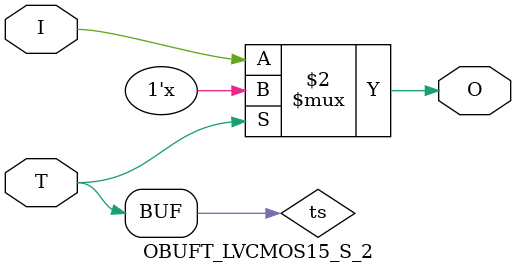
<source format=v>

/*

FUNCTION	: TRI-STATE OUTPUT BUFFER

*/

`celldefine
`timescale  100 ps / 10 ps

module OBUFT_LVCMOS15_S_2 (O, I, T);

    output O;

    input  I, T;

    or O1 (ts, 1'b0, T);
    bufif0 T1 (O, I, ts);

endmodule

</source>
